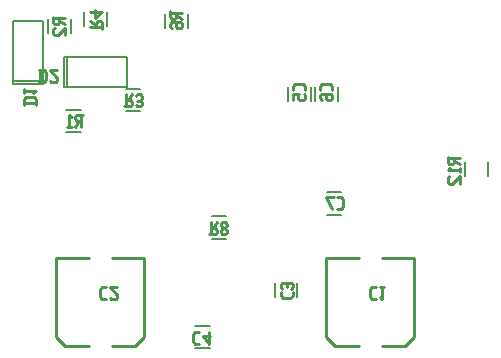
<source format=gbo>
G04 start of page 14 for group -4078 idx -4078 *
G04 Title: (unknown), bottomsilk *
G04 Creator: pcb-gtk 20140316 *
G04 CreationDate: Tue 27 Oct 2015 07:07:31 AM GMT UTC *
G04 For: janik *
G04 Format: Gerber/RS-274X *
G04 PCB-Dimensions (mm): 45.72 38.10 *
G04 PCB-Coordinate-Origin: lower left *
%MOMM*%
%FSLAX43Y43*%
%LNGBO*%
%ADD184C,0.250*%
%ADD183C,0.254*%
%ADD182C,0.203*%
G54D182*X5012Y21143D02*X6212D01*
X5012Y19243D02*X6212D01*
X10068Y21021D02*X11268D01*
X10068Y22921D02*X11268D01*
X13401Y29278D02*Y28078D01*
X15301Y29278D02*Y28078D01*
X4826Y25654D02*Y23114D01*
Y25654D02*X10160D01*
Y23114D01*
X4826D02*X10160D01*
X5080Y25654D02*Y23114D01*
X3495Y28818D02*Y27618D01*
X5395Y28818D02*Y27618D01*
X8443Y29405D02*Y28205D01*
X6543Y29405D02*Y28205D01*
X508Y23368D02*X3048D01*
X508Y28702D02*Y23368D01*
Y28702D02*X3048D01*
Y23368D01*
X508Y23622D02*X3048D01*
X38801Y16729D02*Y15529D01*
X40701Y16729D02*Y15529D01*
X23815Y23103D02*Y21903D01*
X25715Y23103D02*Y21903D01*
X26101D02*Y23103D01*
X28001Y21903D02*Y23103D01*
X27062Y14158D02*X28262D01*
X27062Y12258D02*X28262D01*
G54D183*X34464Y8582D02*X31718D01*
X34464D02*Y1884D01*
X33702Y1122D01*
X31718D01*
X27004Y8582D02*X29750D01*
X27004D02*Y1884D01*
X27766Y1122D01*
X29750D01*
G54D182*X24572Y6466D02*Y5266D01*
X22672Y6466D02*Y5266D01*
X15934Y955D02*X17134D01*
X15934Y2855D02*X17134D01*
X17331Y10226D02*X18531D01*
X17331Y12126D02*X18531D01*
G54D183*X8858Y8569D02*X11604D01*
Y1871D01*
X10842Y1109D01*
X8858D02*X10842D01*
X4144Y8569D02*X6890D01*
X4144D02*Y1871D01*
X4906Y1109D01*
X6890D01*
G54D184*X5904Y20739D02*X6412D01*
X5904D02*X5777Y20612D01*
Y20358D02*Y20612D01*
X5904Y20231D02*X5777Y20358D01*
X5904Y20231D02*X6285D01*
Y19723D02*Y20739D01*
X6082Y20231D02*X5777Y19723D01*
X5472Y20536D02*X5269Y20739D01*
Y19723D02*Y20739D01*
X5091Y19723D02*X5472D01*
X3899Y28510D02*Y29018D01*
Y28510D02*X4026Y28383D01*
X4280D01*
X4407Y28510D02*X4280Y28383D01*
X4407Y28510D02*Y28891D01*
X3899D02*X4915D01*
X4407Y28688D02*X4915Y28383D01*
X4026Y28078D02*X3899Y27951D01*
Y27570D02*Y27951D01*
Y27570D02*X4026Y27443D01*
X4280D01*
X4915Y28078D02*X4280Y27443D01*
X4915D02*Y28078D01*
X9930Y21463D02*X10438D01*
X10565Y21590D01*
Y21844D01*
X10438Y21971D02*X10565Y21844D01*
X10057Y21971D02*X10438D01*
X10057Y21463D02*Y22479D01*
X10260Y21971D02*X10565Y22479D01*
X10870Y21590D02*X10997Y21463D01*
X11251D01*
X11378Y21590D01*
X11251Y22479D02*X11378Y22352D01*
X10997Y22479D02*X11251D01*
X10870Y22352D02*X10997Y22479D01*
Y21920D02*X11251D01*
X11378Y21590D02*Y21793D01*
Y22047D02*Y22352D01*
Y22047D02*X11251Y21920D01*
X11378Y21793D02*X11251Y21920D01*
X8039Y28005D02*Y28513D01*
X7912Y28640D01*
X7658D02*X7912D01*
X7531Y28513D02*X7658Y28640D01*
X7531Y28132D02*Y28513D01*
X7023Y28132D02*X8039D01*
X7531Y28335D02*X7023Y28640D01*
X7404Y28945D02*X8039Y29453D01*
X7404Y28945D02*Y29580D01*
X7023Y29453D02*X8039D01*
X1397Y21717D02*X2413D01*
Y22047D02*X2235Y22225D01*
X1575D02*X2235D01*
X1397Y22047D02*X1575Y22225D01*
X1397Y21590D02*Y22047D01*
X2413Y21590D02*Y22047D01*
X2210Y22530D02*X2413Y22733D01*
X1397D02*X2413D01*
X1397Y22530D02*Y22911D01*
X2794Y23495D02*Y24511D01*
X3124Y23495D02*X3302Y23673D01*
Y24333D01*
X3124Y24511D02*X3302Y24333D01*
X2667Y24511D02*X3124D01*
X2667Y23495D02*X3124D01*
X3607Y23622D02*X3734Y23495D01*
X4115D01*
X4242Y23622D01*
Y23876D01*
X3607Y24511D02*X4242Y23876D01*
X3607Y24511D02*X4242D01*
X13805Y28970D02*Y29478D01*
Y28970D02*X13932Y28843D01*
X14186D01*
X14313Y28970D02*X14186Y28843D01*
X14313Y28970D02*Y29351D01*
X13805D02*X14821D01*
X14313Y29148D02*X14821Y28843D01*
X13805Y28157D02*X13932Y28030D01*
X13805Y28157D02*Y28411D01*
X13932Y28538D02*X13805Y28411D01*
X13932Y28538D02*X14694D01*
X14821Y28411D01*
X14262Y28157D02*X14389Y28030D01*
X14262Y28157D02*Y28538D01*
X14821Y28157D02*Y28411D01*
Y28157D02*X14694Y28030D01*
X14389D02*X14694D01*
X8052Y6109D02*X8382D01*
X7874Y5931D02*X8052Y6109D01*
X7874Y5271D02*Y5931D01*
Y5271D02*X8052Y5093D01*
X8382D01*
X8687Y5220D02*X8814Y5093D01*
X9195D01*
X9322Y5220D01*
Y5474D01*
X8687Y6109D02*X9322Y5474D01*
X8687Y6109D02*X9322D01*
X15912Y2375D02*X16242D01*
X15734Y2197D02*X15912Y2375D01*
X15734Y1537D02*Y2197D01*
Y1537D02*X15912Y1359D01*
X16242D01*
X16547Y1994D02*X17055Y1359D01*
X16547Y1994D02*X17182D01*
X17055Y1359D02*Y2375D01*
X17131Y10630D02*X17639D01*
X17766Y10757D01*
Y11011D01*
X17639Y11138D02*X17766Y11011D01*
X17258Y11138D02*X17639D01*
X17258Y10630D02*Y11646D01*
X17461Y11138D02*X17766Y11646D01*
X18071Y11519D02*X18198Y11646D01*
X18071Y11316D02*Y11519D01*
Y11316D02*X18249Y11138D01*
X18401D01*
X18579Y11316D01*
Y11519D01*
X18452Y11646D02*X18579Y11519D01*
X18198Y11646D02*X18452D01*
X18071Y10960D02*X18249Y11138D01*
X18071Y10757D02*Y10960D01*
Y10757D02*X18198Y10630D01*
X18452D01*
X18579Y10757D01*
Y10960D01*
X18401Y11138D02*X18579Y10960D01*
X23152Y5371D02*Y5701D01*
X23330Y5193D02*X23152Y5371D01*
X23330Y5193D02*X23990D01*
X24168Y5371D01*
Y5701D01*
X24041Y6006D02*X24168Y6133D01*
Y6387D01*
X24041Y6514D01*
X23152Y6387D02*X23279Y6514D01*
X23152Y6133D02*Y6387D01*
X23279Y6006D02*X23152Y6133D01*
X23711D02*Y6387D01*
X23838Y6514D02*X24041D01*
X23279D02*X23584D01*
X23711Y6387D01*
X23838Y6514D02*X23711Y6387D01*
X27954Y12738D02*X28284D01*
X28462Y12916D02*X28284Y12738D01*
X28462Y12916D02*Y13576D01*
X28284Y13754D01*
X27954D02*X28284D01*
X27522Y12738D02*X27014Y13754D01*
X27649D01*
X25235Y22795D02*Y23125D01*
X25057Y23303D02*X25235Y23125D01*
X24397Y23303D02*X25057D01*
X24397D02*X24219Y23125D01*
Y22795D02*Y23125D01*
Y21982D02*Y22490D01*
X24727D01*
X24600Y22363D01*
Y22109D02*Y22363D01*
Y22109D02*X24727Y21982D01*
X25108D01*
X25235Y22109D02*X25108Y21982D01*
X25235Y22109D02*Y22363D01*
X25108Y22490D02*X25235Y22363D01*
X27521Y22795D02*Y23125D01*
X27343Y23303D02*X27521Y23125D01*
X26683Y23303D02*X27343D01*
X26683D02*X26505Y23125D01*
Y22795D02*Y23125D01*
Y22109D02*X26632Y21982D01*
X26505Y22109D02*Y22363D01*
X26632Y22490D02*X26505Y22363D01*
X26632Y22490D02*X27394D01*
X27521Y22363D01*
X26962Y22109D02*X27089Y21982D01*
X26962Y22109D02*Y22490D01*
X27521Y22109D02*Y22363D01*
Y22109D02*X27394Y21982D01*
X27089D02*X27394D01*
X37300Y16651D02*Y17159D01*
Y16651D02*X37427Y16524D01*
X37681D01*
X37808Y16651D02*X37681Y16524D01*
X37808Y16651D02*Y17032D01*
X37300D02*X38316D01*
X37808Y16829D02*X38316Y16524D01*
X37503Y16219D02*X37300Y16016D01*
X38316D01*
Y15838D02*Y16219D01*
X37427Y15533D02*X37300Y15406D01*
Y15025D02*Y15406D01*
Y15025D02*X37427Y14898D01*
X37681D01*
X38316Y15533D02*X37681Y14898D01*
X38316D02*Y15533D01*
X30912Y6122D02*X31242D01*
X30734Y5944D02*X30912Y6122D01*
X30734Y5284D02*Y5944D01*
Y5284D02*X30912Y5106D01*
X31242D01*
X31547Y5309D02*X31750Y5106D01*
Y6122D01*
X31547D02*X31928D01*
M02*

</source>
